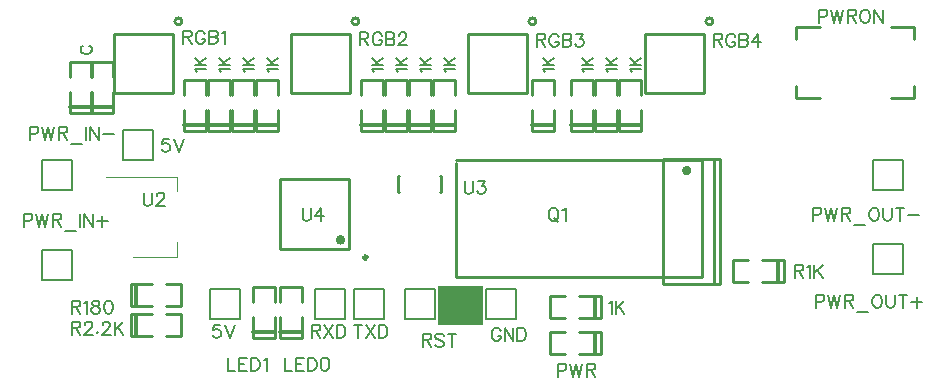
<source format=gto>
G04 ---------------------------- Layer name :TOP SILK LAYER*
G04 EasyEDA v5.5.11, Mon, 04 Jun 2018 22:37:14 GMT*
G04 a06480a3d07c492ca7fe7dcdfe2faa1f*
G04 Gerber Generator version 0.2*
G04 Scale: 100 percent, Rotated: No, Reflected: No *
G04 Dimensions in millimeters *
G04 leading zeros omitted , absolute positions ,3 integer and 3 decimal *
%FSLAX33Y33*%
%MOMM*%
G90*
G71D02*

%ADD10C,0.254000*%
%ADD11C,0.399999*%
%ADD14C,0.203200*%
%ADD34C,0.119990*%
%ADD35C,0.249999*%
%ADD36C,0.330200*%
%ADD37C,0.202999*%
%ADD38C,0.299999*%
%ADD39C,0.177800*%

%LPD*%
G54D10*
G01X37338Y19304D02*
G01X58166Y19304D01*
G01X58166Y9398D01*
G01X37338Y9398D01*
G01X37338Y19050D01*
G54D34*
G01X9984Y11066D02*
G01X13746Y11066D01*
G01X13746Y12329D01*
G01X7736Y17889D02*
G01X13746Y17889D01*
G01X13746Y16626D01*
G54D10*
G01X35991Y17932D02*
G01X36093Y17932D01*
G01X36093Y16611D01*
G01X35991Y16611D01*
G01X32588Y16611D02*
G01X32435Y16611D01*
G01X32435Y17932D01*
G01X32588Y17932D01*
G01X68171Y24521D02*
G01X66169Y24521D01*
G01X66169Y25521D01*
G01X74170Y30520D02*
G01X76169Y30520D01*
G01X76169Y29519D01*
G01X66169Y29519D02*
G01X66169Y30520D01*
G01X68171Y30520D01*
G01X76169Y25521D02*
G01X76169Y24521D01*
G01X74170Y24521D01*
G54D35*
G01X58379Y29931D02*
G01X58379Y24932D01*
G01X58379Y24932D02*
G01X53380Y24932D01*
G01X53380Y29931D02*
G01X53380Y24932D01*
G01X58379Y29933D02*
G01X53380Y29933D01*
G01X43394Y29931D02*
G01X43394Y24932D01*
G01X43394Y24932D02*
G01X38393Y24932D01*
G01X38393Y29931D02*
G01X38393Y24932D01*
G01X43394Y29933D02*
G01X38393Y29933D01*
G01X28407Y29931D02*
G01X28407Y24932D01*
G01X28407Y24932D02*
G01X23408Y24932D01*
G01X23408Y29931D02*
G01X23408Y24932D01*
G01X28407Y29933D02*
G01X23408Y29933D01*
G01X13422Y29931D02*
G01X13422Y24932D01*
G01X13422Y24932D02*
G01X8421Y24932D01*
G01X8421Y29931D02*
G01X8421Y24932D01*
G01X13422Y29933D02*
G01X8421Y29933D01*
G54D36*
G01X64637Y10779D02*
G01X64637Y9032D01*
G54D10*
G01X63312Y10833D02*
G01X65112Y10833D01*
G01X65112Y8978D01*
G01X62113Y10833D02*
G01X60838Y10833D01*
G01X60838Y8978D01*
G01X60838Y8978D02*
G01X62113Y8978D01*
G01X63312Y8978D02*
G01X65112Y8978D01*
G54D36*
G01X10292Y7000D02*
G01X10292Y8747D01*
G54D10*
G01X11617Y6946D02*
G01X9817Y6946D01*
G01X9817Y8801D01*
G01X12816Y6946D02*
G01X14091Y6946D01*
G01X14091Y8801D01*
G01X14091Y8801D02*
G01X12816Y8801D01*
G01X11617Y8801D02*
G01X9817Y8801D01*
G54D36*
G01X10292Y4460D02*
G01X10292Y6207D01*
G54D10*
G01X11617Y4406D02*
G01X9817Y4406D01*
G01X9817Y6261D01*
G01X12816Y4406D02*
G01X14091Y4406D01*
G01X14091Y6261D01*
G01X14091Y6261D02*
G01X12816Y6261D01*
G01X11617Y6261D02*
G01X9817Y6261D01*
G01X59695Y19397D02*
G01X59695Y8796D01*
G01X54897Y8796D01*
G01X54897Y19397D01*
G01X59695Y19397D01*
G01X59197Y8796D02*
G01X59197Y19397D01*
G01X22451Y11783D02*
G01X28348Y11783D01*
G01X28348Y17680D01*
G01X22451Y17680D01*
G01X22451Y11783D01*
G54D14*
G01X27940Y5842D02*
G01X25400Y5842D01*
G01X25400Y8382D01*
G01X27940Y8382D01*
G01X27940Y6477D01*
G54D37*
G01X27940Y5842D02*
G01X27940Y6477D01*
G54D14*
G01X31242Y5842D02*
G01X28702Y5842D01*
G01X28702Y8382D01*
G01X31242Y8382D01*
G01X31242Y6477D01*
G54D37*
G01X31242Y5842D02*
G01X31242Y6477D01*
G54D14*
G01X35560Y5842D02*
G01X33020Y5842D01*
G01X33020Y8382D01*
G01X35560Y8382D01*
G01X35560Y6477D01*
G54D37*
G01X35560Y5842D02*
G01X35560Y6477D01*
G54D14*
G01X42418Y5842D02*
G01X39878Y5842D01*
G01X39878Y8382D01*
G01X42418Y8382D01*
G01X42418Y6477D01*
G54D37*
G01X42418Y5842D02*
G01X42418Y6477D01*
G54D14*
G01X19050Y5842D02*
G01X16510Y5842D01*
G01X16510Y8382D01*
G01X19050Y8382D01*
G01X19050Y6477D01*
G54D37*
G01X19050Y5842D02*
G01X19050Y6477D01*
G54D14*
G01X4826Y9144D02*
G01X2286Y9144D01*
G01X2286Y11684D01*
G01X4826Y11684D01*
G01X4826Y9779D01*
G54D37*
G01X4826Y9144D02*
G01X4826Y9779D01*
G54D14*
G01X4826Y16764D02*
G01X2286Y16764D01*
G01X2286Y19304D01*
G01X4826Y19304D01*
G01X4826Y17399D01*
G54D37*
G01X4826Y16764D02*
G01X4826Y17399D01*
G54D14*
G01X75184Y16764D02*
G01X72644Y16764D01*
G01X72644Y19304D01*
G01X75184Y19304D01*
G01X75184Y17399D01*
G54D37*
G01X75184Y16764D02*
G01X75184Y17399D01*
G54D14*
G01X75184Y9652D02*
G01X72644Y9652D01*
G01X72644Y12192D01*
G01X75184Y12192D01*
G01X75184Y10287D01*
G54D37*
G01X75184Y9652D02*
G01X75184Y10287D01*
G54D36*
G01X16113Y22230D02*
G01X14366Y22230D01*
G54D10*
G01X16167Y23555D02*
G01X16167Y21755D01*
G01X14312Y21755D01*
G01X16167Y24754D02*
G01X16167Y26029D01*
G01X14312Y26029D01*
G01X14312Y26029D02*
G01X14312Y24754D01*
G01X14312Y23555D02*
G01X14312Y21755D01*
G54D36*
G01X18145Y22230D02*
G01X16398Y22230D01*
G54D10*
G01X18199Y23555D02*
G01X18199Y21755D01*
G01X16344Y21755D01*
G01X18199Y24754D02*
G01X18199Y26029D01*
G01X16344Y26029D01*
G01X16344Y26029D02*
G01X16344Y24754D01*
G01X16344Y23555D02*
G01X16344Y21755D01*
G54D36*
G01X20177Y22230D02*
G01X18430Y22230D01*
G54D10*
G01X20231Y23555D02*
G01X20231Y21755D01*
G01X18376Y21755D01*
G01X20231Y24754D02*
G01X20231Y26029D01*
G01X18376Y26029D01*
G01X18376Y26029D02*
G01X18376Y24754D01*
G01X18376Y23555D02*
G01X18376Y21755D01*
G54D36*
G01X22209Y22230D02*
G01X20462Y22230D01*
G54D10*
G01X22263Y23555D02*
G01X22263Y21755D01*
G01X20408Y21755D01*
G01X22263Y24754D02*
G01X22263Y26029D01*
G01X20408Y26029D01*
G01X20408Y26029D02*
G01X20408Y24754D01*
G01X20408Y23555D02*
G01X20408Y21755D01*
G54D36*
G01X49143Y4683D02*
G01X49143Y2936D01*
G54D10*
G01X47818Y4737D02*
G01X49618Y4737D01*
G01X49618Y2882D01*
G01X46619Y4737D02*
G01X45344Y4737D01*
G01X45344Y2882D01*
G01X45344Y2882D02*
G01X46619Y2882D01*
G01X47818Y2882D02*
G01X49618Y2882D01*
G54D36*
G01X49146Y7729D02*
G01X49146Y5981D01*
G54D10*
G01X47820Y7782D02*
G01X49621Y7782D01*
G01X49621Y5928D01*
G01X46621Y7782D02*
G01X45346Y7782D01*
G01X45346Y5928D01*
G01X45346Y5928D02*
G01X46621Y5928D01*
G01X47820Y5928D02*
G01X49621Y5928D01*
G54D36*
G01X31099Y22230D02*
G01X29352Y22230D01*
G54D10*
G01X31153Y23555D02*
G01X31153Y21755D01*
G01X29298Y21755D01*
G01X31153Y24754D02*
G01X31153Y26029D01*
G01X29298Y26029D01*
G01X29298Y26029D02*
G01X29298Y24754D01*
G01X29298Y23555D02*
G01X29298Y21755D01*
G54D36*
G01X33131Y22230D02*
G01X31384Y22230D01*
G54D10*
G01X33185Y23555D02*
G01X33185Y21755D01*
G01X31330Y21755D01*
G01X33185Y24754D02*
G01X33185Y26029D01*
G01X31330Y26029D01*
G01X31330Y26029D02*
G01X31330Y24754D01*
G01X31330Y23555D02*
G01X31330Y21755D01*
G54D36*
G01X35163Y22230D02*
G01X33416Y22230D01*
G54D10*
G01X35217Y23555D02*
G01X35217Y21755D01*
G01X33362Y21755D01*
G01X35217Y24754D02*
G01X35217Y26029D01*
G01X33362Y26029D01*
G01X33362Y26029D02*
G01X33362Y24754D01*
G01X33362Y23555D02*
G01X33362Y21755D01*
G54D36*
G01X37195Y22230D02*
G01X35448Y22230D01*
G54D10*
G01X37249Y23555D02*
G01X37249Y21755D01*
G01X35394Y21755D01*
G01X37249Y24754D02*
G01X37249Y26029D01*
G01X35394Y26029D01*
G01X35394Y26029D02*
G01X35394Y24754D01*
G01X35394Y23555D02*
G01X35394Y21755D01*
G54D36*
G01X45577Y22230D02*
G01X43830Y22230D01*
G54D10*
G01X45631Y23555D02*
G01X45631Y21755D01*
G01X43776Y21755D01*
G01X45631Y24754D02*
G01X45631Y26029D01*
G01X43776Y26029D01*
G01X43776Y26029D02*
G01X43776Y24754D01*
G01X43776Y23555D02*
G01X43776Y21755D01*
G54D36*
G01X48879Y22230D02*
G01X47132Y22230D01*
G54D10*
G01X48933Y23555D02*
G01X48933Y21755D01*
G01X47078Y21755D01*
G01X48933Y24754D02*
G01X48933Y26029D01*
G01X47078Y26029D01*
G01X47078Y26029D02*
G01X47078Y24754D01*
G01X47078Y23555D02*
G01X47078Y21755D01*
G54D36*
G01X50911Y22230D02*
G01X49164Y22230D01*
G54D10*
G01X50965Y23555D02*
G01X50965Y21755D01*
G01X49110Y21755D01*
G01X50965Y24754D02*
G01X50965Y26029D01*
G01X49110Y26029D01*
G01X49110Y26029D02*
G01X49110Y24754D01*
G01X49110Y23555D02*
G01X49110Y21755D01*
G54D36*
G01X52943Y22230D02*
G01X51196Y22230D01*
G54D10*
G01X52997Y23555D02*
G01X52997Y21755D01*
G01X51142Y21755D01*
G01X52997Y24754D02*
G01X52997Y26029D01*
G01X51142Y26029D01*
G01X51142Y26029D02*
G01X51142Y24754D01*
G01X51142Y23555D02*
G01X51142Y21755D01*
G54D36*
G01X6461Y23754D02*
G01X4714Y23754D01*
G54D10*
G01X6515Y25079D02*
G01X6515Y23279D01*
G01X4660Y23279D01*
G01X6515Y26278D02*
G01X6515Y27553D01*
G01X4660Y27553D01*
G01X4660Y27553D02*
G01X4660Y26278D01*
G01X4660Y25079D02*
G01X4660Y23279D01*
G54D36*
G01X8239Y23751D02*
G01X6492Y23751D01*
G54D10*
G01X8293Y25077D02*
G01X8293Y23276D01*
G01X6438Y23276D01*
G01X8293Y26276D02*
G01X8293Y27551D01*
G01X6438Y27551D01*
G01X6438Y27551D02*
G01X6438Y26276D01*
G01X6438Y25077D02*
G01X6438Y23276D01*
G54D36*
G01X24244Y4701D02*
G01X22496Y4701D01*
G54D10*
G01X24297Y6027D02*
G01X24297Y4226D01*
G01X22443Y4226D01*
G01X24297Y7226D02*
G01X24297Y8501D01*
G01X22443Y8501D01*
G01X22443Y8501D02*
G01X22443Y7226D01*
G01X22443Y6027D02*
G01X22443Y4226D01*
G54D36*
G01X21955Y4701D02*
G01X20208Y4701D01*
G54D10*
G01X22009Y6027D02*
G01X22009Y4226D01*
G01X20154Y4226D01*
G01X22009Y7226D02*
G01X22009Y8501D01*
G01X20154Y8501D01*
G01X20154Y8501D02*
G01X20154Y7226D01*
G01X20154Y6027D02*
G01X20154Y4226D01*
G54D14*
G01X11684Y19304D02*
G01X9144Y19304D01*
G01X9144Y21844D01*
G01X11684Y21844D01*
G01X11684Y19939D01*
G54D37*
G01X11684Y19304D02*
G01X11684Y19939D01*
G54D39*
G01X10922Y16510D02*
G01X10922Y15732D01*
G01X10972Y15575D01*
G01X11076Y15471D01*
G01X11234Y15420D01*
G01X11338Y15420D01*
G01X11493Y15471D01*
G01X11597Y15575D01*
G01X11648Y15732D01*
G01X11648Y16510D01*
G01X12044Y16250D02*
G01X12044Y16304D01*
G01X12095Y16408D01*
G01X12148Y16459D01*
G01X12252Y16510D01*
G01X12458Y16510D01*
G01X12562Y16459D01*
G01X12616Y16408D01*
G01X12666Y16304D01*
G01X12666Y16200D01*
G01X12616Y16095D01*
G01X12512Y15938D01*
G01X11991Y15420D01*
G01X12720Y15420D01*
G01X38100Y17526D02*
G01X38100Y16748D01*
G01X38150Y16591D01*
G01X38254Y16487D01*
G01X38412Y16436D01*
G01X38516Y16436D01*
G01X38671Y16487D01*
G01X38775Y16591D01*
G01X38826Y16748D01*
G01X38826Y17526D01*
G01X39273Y17526D02*
G01X39844Y17526D01*
G01X39535Y17111D01*
G01X39690Y17111D01*
G01X39794Y17058D01*
G01X39844Y17007D01*
G01X39898Y16852D01*
G01X39898Y16748D01*
G01X39844Y16591D01*
G01X39740Y16487D01*
G01X39585Y16436D01*
G01X39430Y16436D01*
G01X39273Y16487D01*
G01X39222Y16540D01*
G01X39169Y16644D01*
G01X68072Y32003D02*
G01X68072Y30914D01*
G01X68072Y32003D02*
G01X68539Y32003D01*
G01X68694Y31953D01*
G01X68747Y31902D01*
G01X68798Y31798D01*
G01X68798Y31640D01*
G01X68747Y31536D01*
G01X68694Y31485D01*
G01X68539Y31432D01*
G01X68072Y31432D01*
G01X69141Y32003D02*
G01X69402Y30914D01*
G01X69662Y32003D02*
G01X69402Y30914D01*
G01X69662Y32003D02*
G01X69921Y30914D01*
G01X70180Y32003D02*
G01X69921Y30914D01*
G01X70523Y32003D02*
G01X70523Y30914D01*
G01X70523Y32003D02*
G01X70993Y32003D01*
G01X71147Y31953D01*
G01X71198Y31902D01*
G01X71252Y31798D01*
G01X71252Y31694D01*
G01X71198Y31589D01*
G01X71147Y31536D01*
G01X70993Y31485D01*
G01X70523Y31485D01*
G01X70888Y31485D02*
G01X71252Y30914D01*
G01X71907Y32003D02*
G01X71803Y31953D01*
G01X71699Y31849D01*
G01X71645Y31744D01*
G01X71594Y31589D01*
G01X71594Y31330D01*
G01X71645Y31173D01*
G01X71699Y31069D01*
G01X71803Y30965D01*
G01X71907Y30914D01*
G01X72113Y30914D01*
G01X72217Y30965D01*
G01X72321Y31069D01*
G01X72374Y31173D01*
G01X72425Y31330D01*
G01X72425Y31589D01*
G01X72374Y31744D01*
G01X72321Y31849D01*
G01X72217Y31953D01*
G01X72113Y32003D01*
G01X71907Y32003D01*
G01X72768Y32003D02*
G01X72768Y30914D01*
G01X72768Y32003D02*
G01X73494Y30914D01*
G01X73494Y32003D02*
G01X73494Y30914D01*
G01X59182Y29972D02*
G01X59182Y28882D01*
G01X59182Y29972D02*
G01X59649Y29972D01*
G01X59804Y29921D01*
G01X59857Y29870D01*
G01X59908Y29766D01*
G01X59908Y29662D01*
G01X59857Y29558D01*
G01X59804Y29504D01*
G01X59649Y29453D01*
G01X59182Y29453D01*
G01X59545Y29453D02*
G01X59908Y28882D01*
G01X61031Y29712D02*
G01X60980Y29817D01*
G01X60876Y29921D01*
G01X60772Y29972D01*
G01X60563Y29972D01*
G01X60459Y29921D01*
G01X60355Y29817D01*
G01X60304Y29712D01*
G01X60251Y29558D01*
G01X60251Y29298D01*
G01X60304Y29141D01*
G01X60355Y29037D01*
G01X60459Y28933D01*
G01X60563Y28882D01*
G01X60772Y28882D01*
G01X60876Y28933D01*
G01X60980Y29037D01*
G01X61031Y29141D01*
G01X61031Y29298D01*
G01X60772Y29298D02*
G01X61031Y29298D01*
G01X61374Y29972D02*
G01X61374Y28882D01*
G01X61374Y29972D02*
G01X61841Y29972D01*
G01X61998Y29921D01*
G01X62049Y29870D01*
G01X62103Y29766D01*
G01X62103Y29662D01*
G01X62049Y29558D01*
G01X61998Y29504D01*
G01X61841Y29453D01*
G01X61374Y29453D02*
G01X61841Y29453D01*
G01X61998Y29400D01*
G01X62049Y29349D01*
G01X62103Y29245D01*
G01X62103Y29090D01*
G01X62049Y28986D01*
G01X61998Y28933D01*
G01X61841Y28882D01*
G01X61374Y28882D01*
G01X62964Y29972D02*
G01X62445Y29245D01*
G01X63223Y29245D01*
G01X62964Y29972D02*
G01X62964Y28882D01*
G01X44209Y29971D02*
G01X44209Y28882D01*
G01X44209Y29971D02*
G01X44677Y29971D01*
G01X44832Y29921D01*
G01X44883Y29870D01*
G01X44936Y29766D01*
G01X44936Y29662D01*
G01X44883Y29557D01*
G01X44832Y29504D01*
G01X44677Y29453D01*
G01X44209Y29453D01*
G01X44573Y29453D02*
G01X44936Y28882D01*
G01X46059Y29712D02*
G01X46005Y29817D01*
G01X45901Y29921D01*
G01X45797Y29971D01*
G01X45591Y29971D01*
G01X45487Y29921D01*
G01X45383Y29817D01*
G01X45330Y29712D01*
G01X45279Y29557D01*
G01X45279Y29298D01*
G01X45330Y29141D01*
G01X45383Y29037D01*
G01X45487Y28933D01*
G01X45591Y28882D01*
G01X45797Y28882D01*
G01X45901Y28933D01*
G01X46005Y29037D01*
G01X46059Y29141D01*
G01X46059Y29298D01*
G01X45797Y29298D02*
G01X46059Y29298D01*
G01X46401Y29971D02*
G01X46401Y28882D01*
G01X46401Y29971D02*
G01X46869Y29971D01*
G01X47024Y29921D01*
G01X47077Y29870D01*
G01X47128Y29766D01*
G01X47128Y29662D01*
G01X47077Y29557D01*
G01X47024Y29504D01*
G01X46869Y29453D01*
G01X46401Y29453D02*
G01X46869Y29453D01*
G01X47024Y29400D01*
G01X47077Y29349D01*
G01X47128Y29245D01*
G01X47128Y29090D01*
G01X47077Y28986D01*
G01X47024Y28933D01*
G01X46869Y28882D01*
G01X46401Y28882D01*
G01X47575Y29971D02*
G01X48146Y29971D01*
G01X47834Y29557D01*
G01X47991Y29557D01*
G01X48096Y29504D01*
G01X48146Y29453D01*
G01X48197Y29298D01*
G01X48197Y29194D01*
G01X48146Y29037D01*
G01X48042Y28933D01*
G01X47887Y28882D01*
G01X47730Y28882D01*
G01X47575Y28933D01*
G01X47524Y28986D01*
G01X47471Y29090D01*
G01X29237Y30086D02*
G01X29237Y28996D01*
G01X29237Y30086D02*
G01X29705Y30086D01*
G01X29860Y30035D01*
G01X29913Y29984D01*
G01X29964Y29880D01*
G01X29964Y29776D01*
G01X29913Y29672D01*
G01X29860Y29618D01*
G01X29705Y29568D01*
G01X29237Y29568D01*
G01X29601Y29568D02*
G01X29964Y28996D01*
G01X31087Y29827D02*
G01X31036Y29931D01*
G01X30932Y30035D01*
G01X30827Y30086D01*
G01X30619Y30086D01*
G01X30515Y30035D01*
G01X30411Y29931D01*
G01X30360Y29827D01*
G01X30307Y29672D01*
G01X30307Y29413D01*
G01X30360Y29255D01*
G01X30411Y29151D01*
G01X30515Y29047D01*
G01X30619Y28996D01*
G01X30827Y28996D01*
G01X30932Y29047D01*
G01X31036Y29151D01*
G01X31087Y29255D01*
G01X31087Y29413D01*
G01X30827Y29413D02*
G01X31087Y29413D01*
G01X31429Y30086D02*
G01X31429Y28996D01*
G01X31429Y30086D02*
G01X31897Y30086D01*
G01X32054Y30035D01*
G01X32105Y29984D01*
G01X32158Y29880D01*
G01X32158Y29776D01*
G01X32105Y29672D01*
G01X32054Y29618D01*
G01X31897Y29568D01*
G01X31429Y29568D02*
G01X31897Y29568D01*
G01X32054Y29514D01*
G01X32105Y29464D01*
G01X32158Y29359D01*
G01X32158Y29204D01*
G01X32105Y29100D01*
G01X32054Y29047D01*
G01X31897Y28996D01*
G01X31429Y28996D01*
G01X32552Y29827D02*
G01X32552Y29880D01*
G01X32603Y29984D01*
G01X32656Y30035D01*
G01X32760Y30086D01*
G01X32969Y30086D01*
G01X33073Y30035D01*
G01X33124Y29984D01*
G01X33174Y29880D01*
G01X33174Y29776D01*
G01X33124Y29672D01*
G01X33019Y29514D01*
G01X32501Y28996D01*
G01X33228Y28996D01*
G01X14265Y30226D02*
G01X14265Y29136D01*
G01X14265Y30226D02*
G01X14733Y30226D01*
G01X14888Y30175D01*
G01X14938Y30124D01*
G01X14992Y30020D01*
G01X14992Y29916D01*
G01X14938Y29811D01*
G01X14888Y29758D01*
G01X14733Y29707D01*
G01X14265Y29707D01*
G01X14629Y29707D02*
G01X14992Y29136D01*
G01X16115Y29966D02*
G01X16061Y30071D01*
G01X15957Y30175D01*
G01X15853Y30226D01*
G01X15647Y30226D01*
G01X15543Y30175D01*
G01X15439Y30071D01*
G01X15386Y29966D01*
G01X15335Y29811D01*
G01X15335Y29552D01*
G01X15386Y29395D01*
G01X15439Y29291D01*
G01X15543Y29187D01*
G01X15647Y29136D01*
G01X15853Y29136D01*
G01X15957Y29187D01*
G01X16061Y29291D01*
G01X16115Y29395D01*
G01X16115Y29552D01*
G01X15853Y29552D02*
G01X16115Y29552D01*
G01X16457Y30226D02*
G01X16457Y29136D01*
G01X16457Y30226D02*
G01X16925Y30226D01*
G01X17080Y30175D01*
G01X17133Y30124D01*
G01X17184Y30020D01*
G01X17184Y29916D01*
G01X17133Y29811D01*
G01X17080Y29758D01*
G01X16925Y29707D01*
G01X16457Y29707D02*
G01X16925Y29707D01*
G01X17080Y29654D01*
G01X17133Y29603D01*
G01X17184Y29499D01*
G01X17184Y29344D01*
G01X17133Y29240D01*
G01X17080Y29187D01*
G01X16925Y29136D01*
G01X16457Y29136D01*
G01X17527Y30020D02*
G01X17631Y30071D01*
G01X17786Y30226D01*
G01X17786Y29136D01*
G01X66039Y10414D02*
G01X66039Y9324D01*
G01X66039Y10414D02*
G01X66507Y10414D01*
G01X66662Y10363D01*
G01X66715Y10312D01*
G01X66766Y10208D01*
G01X66766Y10104D01*
G01X66715Y10000D01*
G01X66662Y9946D01*
G01X66507Y9895D01*
G01X66039Y9895D01*
G01X66403Y9895D02*
G01X66766Y9324D01*
G01X67109Y10208D02*
G01X67213Y10259D01*
G01X67370Y10414D01*
G01X67370Y9324D01*
G01X67713Y10414D02*
G01X67713Y9324D01*
G01X68440Y10414D02*
G01X67713Y9687D01*
G01X67972Y9946D02*
G01X68440Y9324D01*
G01X4826Y7366D02*
G01X4826Y6276D01*
G01X4826Y7366D02*
G01X5293Y7366D01*
G01X5448Y7315D01*
G01X5501Y7264D01*
G01X5552Y7160D01*
G01X5552Y7056D01*
G01X5501Y6951D01*
G01X5448Y6898D01*
G01X5293Y6847D01*
G01X4826Y6847D01*
G01X5189Y6847D02*
G01X5552Y6276D01*
G01X5895Y7160D02*
G01X5999Y7211D01*
G01X6156Y7366D01*
G01X6156Y6276D01*
G01X6758Y7366D02*
G01X6604Y7315D01*
G01X6550Y7211D01*
G01X6550Y7106D01*
G01X6604Y7002D01*
G01X6705Y6951D01*
G01X6913Y6898D01*
G01X7071Y6847D01*
G01X7175Y6743D01*
G01X7226Y6639D01*
G01X7226Y6484D01*
G01X7175Y6380D01*
G01X7122Y6327D01*
G01X6967Y6276D01*
G01X6758Y6276D01*
G01X6604Y6327D01*
G01X6550Y6380D01*
G01X6499Y6484D01*
G01X6499Y6639D01*
G01X6550Y6743D01*
G01X6654Y6847D01*
G01X6809Y6898D01*
G01X7018Y6951D01*
G01X7122Y7002D01*
G01X7175Y7106D01*
G01X7175Y7211D01*
G01X7122Y7315D01*
G01X6967Y7366D01*
G01X6758Y7366D01*
G01X7881Y7366D02*
G01X7724Y7315D01*
G01X7620Y7160D01*
G01X7569Y6898D01*
G01X7569Y6743D01*
G01X7620Y6484D01*
G01X7724Y6327D01*
G01X7881Y6276D01*
G01X7985Y6276D01*
G01X8140Y6327D01*
G01X8244Y6484D01*
G01X8295Y6743D01*
G01X8295Y6898D01*
G01X8244Y7160D01*
G01X8140Y7315D01*
G01X7985Y7366D01*
G01X7881Y7366D01*
G01X4826Y5588D02*
G01X4826Y4498D01*
G01X4826Y5588D02*
G01X5293Y5588D01*
G01X5448Y5537D01*
G01X5501Y5486D01*
G01X5552Y5382D01*
G01X5552Y5278D01*
G01X5501Y5173D01*
G01X5448Y5120D01*
G01X5293Y5069D01*
G01X4826Y5069D01*
G01X5189Y5069D02*
G01X5552Y4498D01*
G01X5948Y5328D02*
G01X5948Y5382D01*
G01X5999Y5486D01*
G01X6052Y5537D01*
G01X6156Y5588D01*
G01X6362Y5588D01*
G01X6466Y5537D01*
G01X6520Y5486D01*
G01X6570Y5382D01*
G01X6570Y5278D01*
G01X6520Y5173D01*
G01X6416Y5016D01*
G01X5895Y4498D01*
G01X6624Y4498D01*
G01X7018Y4757D02*
G01X6967Y4706D01*
G01X7018Y4653D01*
G01X7071Y4706D01*
G01X7018Y4757D01*
G01X7465Y5328D02*
G01X7465Y5382D01*
G01X7518Y5486D01*
G01X7569Y5537D01*
G01X7673Y5588D01*
G01X7881Y5588D01*
G01X7985Y5537D01*
G01X8036Y5486D01*
G01X8089Y5382D01*
G01X8089Y5278D01*
G01X8036Y5173D01*
G01X7932Y5016D01*
G01X7414Y4498D01*
G01X8140Y4498D01*
G01X8483Y5588D02*
G01X8483Y4498D01*
G01X9210Y5588D02*
G01X8483Y4861D01*
G01X8742Y5120D02*
G01X9210Y4498D01*
G01X45524Y15240D02*
G01X45420Y15189D01*
G01X45316Y15085D01*
G01X45262Y14980D01*
G01X45212Y14825D01*
G01X45212Y14566D01*
G01X45262Y14409D01*
G01X45316Y14305D01*
G01X45420Y14201D01*
G01X45524Y14150D01*
G01X45732Y14150D01*
G01X45834Y14201D01*
G01X45938Y14305D01*
G01X45991Y14409D01*
G01X46042Y14566D01*
G01X46042Y14825D01*
G01X45991Y14980D01*
G01X45938Y15085D01*
G01X45834Y15189D01*
G01X45732Y15240D01*
G01X45524Y15240D01*
G01X45679Y14358D02*
G01X45991Y14046D01*
G01X46385Y15034D02*
G01X46489Y15085D01*
G01X46647Y15240D01*
G01X46647Y14150D01*
G01X24384Y15240D02*
G01X24384Y14462D01*
G01X24434Y14305D01*
G01X24538Y14201D01*
G01X24696Y14150D01*
G01X24800Y14150D01*
G01X24955Y14201D01*
G01X25059Y14305D01*
G01X25110Y14462D01*
G01X25110Y15240D01*
G01X25974Y15240D02*
G01X25453Y14513D01*
G01X26233Y14513D01*
G01X25974Y15240D02*
G01X25974Y14150D01*
G01X25146Y5334D02*
G01X25146Y4244D01*
G01X25146Y5334D02*
G01X25613Y5334D01*
G01X25768Y5283D01*
G01X25821Y5232D01*
G01X25872Y5128D01*
G01X25872Y5024D01*
G01X25821Y4919D01*
G01X25768Y4866D01*
G01X25613Y4815D01*
G01X25146Y4815D01*
G01X25509Y4815D02*
G01X25872Y4244D01*
G01X26215Y5334D02*
G01X26944Y4244D01*
G01X26944Y5334D02*
G01X26215Y4244D01*
G01X27287Y5334D02*
G01X27287Y4244D01*
G01X27287Y5334D02*
G01X27650Y5334D01*
G01X27805Y5283D01*
G01X27909Y5179D01*
G01X27962Y5074D01*
G01X28013Y4919D01*
G01X28013Y4660D01*
G01X27962Y4503D01*
G01X27909Y4399D01*
G01X27805Y4295D01*
G01X27650Y4244D01*
G01X27287Y4244D01*
G01X29065Y5334D02*
G01X29065Y4244D01*
G01X28702Y5334D02*
G01X29428Y5334D01*
G01X29771Y5334D02*
G01X30500Y4244D01*
G01X30500Y5334D02*
G01X29771Y4244D01*
G01X30843Y5334D02*
G01X30843Y4244D01*
G01X30843Y5334D02*
G01X31206Y5334D01*
G01X31361Y5283D01*
G01X31465Y5179D01*
G01X31518Y5074D01*
G01X31569Y4919D01*
G01X31569Y4660D01*
G01X31518Y4503D01*
G01X31465Y4399D01*
G01X31361Y4295D01*
G01X31206Y4244D01*
G01X30843Y4244D01*
G01X34544Y4572D02*
G01X34544Y3482D01*
G01X34544Y4572D02*
G01X35011Y4572D01*
G01X35166Y4521D01*
G01X35219Y4470D01*
G01X35270Y4366D01*
G01X35270Y4262D01*
G01X35219Y4157D01*
G01X35166Y4104D01*
G01X35011Y4053D01*
G01X34544Y4053D01*
G01X34907Y4053D02*
G01X35270Y3482D01*
G01X36342Y4417D02*
G01X36238Y4521D01*
G01X36080Y4572D01*
G01X35874Y4572D01*
G01X35717Y4521D01*
G01X35613Y4417D01*
G01X35613Y4312D01*
G01X35666Y4208D01*
G01X35717Y4157D01*
G01X35821Y4104D01*
G01X36134Y4000D01*
G01X36238Y3949D01*
G01X36288Y3898D01*
G01X36342Y3794D01*
G01X36342Y3637D01*
G01X36238Y3533D01*
G01X36080Y3482D01*
G01X35874Y3482D01*
G01X35717Y3533D01*
G01X35613Y3637D01*
G01X37048Y4572D02*
G01X37048Y3482D01*
G01X36685Y4572D02*
G01X37411Y4572D01*
G01X41165Y4820D02*
G01X41112Y4925D01*
G01X41008Y5029D01*
G01X40906Y5080D01*
G01X40698Y5080D01*
G01X40594Y5029D01*
G01X40490Y4925D01*
G01X40436Y4820D01*
G01X40386Y4665D01*
G01X40386Y4406D01*
G01X40436Y4249D01*
G01X40490Y4145D01*
G01X40594Y4041D01*
G01X40698Y3990D01*
G01X40906Y3990D01*
G01X41008Y4041D01*
G01X41112Y4145D01*
G01X41165Y4249D01*
G01X41165Y4406D01*
G01X40906Y4406D02*
G01X41165Y4406D01*
G01X41508Y5080D02*
G01X41508Y3990D01*
G01X41508Y5080D02*
G01X42235Y3990D01*
G01X42235Y5080D02*
G01X42235Y3990D01*
G01X42578Y5080D02*
G01X42578Y3990D01*
G01X42578Y5080D02*
G01X42941Y5080D01*
G01X43098Y5029D01*
G01X43202Y4925D01*
G01X43253Y4820D01*
G01X43307Y4665D01*
G01X43307Y4406D01*
G01X43253Y4249D01*
G01X43202Y4145D01*
G01X43098Y4041D01*
G01X42941Y3990D01*
G01X42578Y3990D01*
G01X17386Y5334D02*
G01X16868Y5334D01*
G01X16814Y4866D01*
G01X16868Y4919D01*
G01X17023Y4970D01*
G01X17180Y4970D01*
G01X17335Y4919D01*
G01X17439Y4815D01*
G01X17490Y4660D01*
G01X17490Y4556D01*
G01X17439Y4399D01*
G01X17335Y4295D01*
G01X17180Y4244D01*
G01X17023Y4244D01*
G01X16868Y4295D01*
G01X16814Y4348D01*
G01X16764Y4452D01*
G01X17833Y5334D02*
G01X18249Y4244D01*
G01X18666Y5334D02*
G01X18249Y4244D01*
G01X762Y14732D02*
G01X762Y13642D01*
G01X762Y14732D02*
G01X1229Y14732D01*
G01X1384Y14681D01*
G01X1437Y14630D01*
G01X1488Y14526D01*
G01X1488Y14368D01*
G01X1437Y14264D01*
G01X1384Y14213D01*
G01X1229Y14160D01*
G01X762Y14160D01*
G01X1831Y14732D02*
G01X2092Y13642D01*
G01X2352Y14732D02*
G01X2092Y13642D01*
G01X2352Y14732D02*
G01X2611Y13642D01*
G01X2870Y14732D02*
G01X2611Y13642D01*
G01X3213Y14732D02*
G01X3213Y13642D01*
G01X3213Y14732D02*
G01X3683Y14732D01*
G01X3837Y14681D01*
G01X3888Y14630D01*
G01X3942Y14526D01*
G01X3942Y14422D01*
G01X3888Y14317D01*
G01X3837Y14264D01*
G01X3683Y14213D01*
G01X3213Y14213D01*
G01X3578Y14213D02*
G01X3942Y13642D01*
G01X4284Y13279D02*
G01X5219Y13279D01*
G01X5562Y14732D02*
G01X5562Y13642D01*
G01X5905Y14732D02*
G01X5905Y13642D01*
G01X5905Y14732D02*
G01X6631Y13642D01*
G01X6631Y14732D02*
G01X6631Y13642D01*
G01X7442Y14577D02*
G01X7442Y13642D01*
G01X6974Y14109D02*
G01X7912Y14109D01*
G01X1270Y22098D02*
G01X1270Y21008D01*
G01X1270Y22098D02*
G01X1737Y22098D01*
G01X1892Y22047D01*
G01X1945Y21996D01*
G01X1996Y21892D01*
G01X1996Y21734D01*
G01X1945Y21630D01*
G01X1892Y21579D01*
G01X1737Y21526D01*
G01X1270Y21526D01*
G01X2339Y22098D02*
G01X2600Y21008D01*
G01X2860Y22098D02*
G01X2600Y21008D01*
G01X2860Y22098D02*
G01X3119Y21008D01*
G01X3378Y22098D02*
G01X3119Y21008D01*
G01X3721Y22098D02*
G01X3721Y21008D01*
G01X3721Y22098D02*
G01X4191Y22098D01*
G01X4345Y22047D01*
G01X4396Y21996D01*
G01X4450Y21892D01*
G01X4450Y21788D01*
G01X4396Y21683D01*
G01X4345Y21630D01*
G01X4191Y21579D01*
G01X3721Y21579D01*
G01X4086Y21579D02*
G01X4450Y21008D01*
G01X4792Y20645D02*
G01X5727Y20645D01*
G01X6070Y22098D02*
G01X6070Y21008D01*
G01X6413Y22098D02*
G01X6413Y21008D01*
G01X6413Y22098D02*
G01X7139Y21008D01*
G01X7139Y22098D02*
G01X7139Y21008D01*
G01X7482Y21475D02*
G01X8420Y21475D01*
G01X67564Y15240D02*
G01X67564Y14150D01*
G01X67564Y15240D02*
G01X68031Y15240D01*
G01X68186Y15189D01*
G01X68239Y15138D01*
G01X68290Y15034D01*
G01X68290Y14876D01*
G01X68239Y14772D01*
G01X68186Y14721D01*
G01X68031Y14668D01*
G01X67564Y14668D01*
G01X68633Y15240D02*
G01X68894Y14150D01*
G01X69154Y15240D02*
G01X68894Y14150D01*
G01X69154Y15240D02*
G01X69413Y14150D01*
G01X69672Y15240D02*
G01X69413Y14150D01*
G01X70015Y15240D02*
G01X70015Y14150D01*
G01X70015Y15240D02*
G01X70485Y15240D01*
G01X70639Y15189D01*
G01X70690Y15138D01*
G01X70744Y15034D01*
G01X70744Y14930D01*
G01X70690Y14825D01*
G01X70639Y14772D01*
G01X70485Y14721D01*
G01X70015Y14721D01*
G01X70380Y14721D02*
G01X70744Y14150D01*
G01X71086Y13787D02*
G01X72021Y13787D01*
G01X72677Y15240D02*
G01X72572Y15189D01*
G01X72468Y15085D01*
G01X72415Y14980D01*
G01X72364Y14825D01*
G01X72364Y14566D01*
G01X72415Y14409D01*
G01X72468Y14305D01*
G01X72572Y14201D01*
G01X72677Y14150D01*
G01X72885Y14150D01*
G01X72986Y14201D01*
G01X73091Y14305D01*
G01X73144Y14409D01*
G01X73195Y14566D01*
G01X73195Y14825D01*
G01X73144Y14980D01*
G01X73091Y15085D01*
G01X72986Y15189D01*
G01X72885Y15240D01*
G01X72677Y15240D01*
G01X73538Y15240D02*
G01X73538Y14462D01*
G01X73591Y14305D01*
G01X73695Y14201D01*
G01X73850Y14150D01*
G01X73954Y14150D01*
G01X74109Y14201D01*
G01X74213Y14305D01*
G01X74267Y14462D01*
G01X74267Y15240D01*
G01X74973Y15240D02*
G01X74973Y14150D01*
G01X74609Y15240D02*
G01X75336Y15240D01*
G01X75679Y14617D02*
G01X76614Y14617D01*
G01X67818Y7874D02*
G01X67818Y6784D01*
G01X67818Y7874D02*
G01X68285Y7874D01*
G01X68440Y7823D01*
G01X68493Y7772D01*
G01X68544Y7668D01*
G01X68544Y7510D01*
G01X68493Y7406D01*
G01X68440Y7355D01*
G01X68285Y7302D01*
G01X67818Y7302D01*
G01X68887Y7874D02*
G01X69148Y6784D01*
G01X69408Y7874D02*
G01X69148Y6784D01*
G01X69408Y7874D02*
G01X69667Y6784D01*
G01X69926Y7874D02*
G01X69667Y6784D01*
G01X70269Y7874D02*
G01X70269Y6784D01*
G01X70269Y7874D02*
G01X70739Y7874D01*
G01X70893Y7823D01*
G01X70944Y7772D01*
G01X70998Y7668D01*
G01X70998Y7564D01*
G01X70944Y7459D01*
G01X70893Y7406D01*
G01X70739Y7355D01*
G01X70269Y7355D01*
G01X70634Y7355D02*
G01X70998Y6784D01*
G01X71340Y6421D02*
G01X72275Y6421D01*
G01X72931Y7874D02*
G01X72826Y7823D01*
G01X72722Y7719D01*
G01X72669Y7614D01*
G01X72618Y7459D01*
G01X72618Y7200D01*
G01X72669Y7043D01*
G01X72722Y6939D01*
G01X72826Y6835D01*
G01X72931Y6784D01*
G01X73139Y6784D01*
G01X73240Y6835D01*
G01X73345Y6939D01*
G01X73398Y7043D01*
G01X73449Y7200D01*
G01X73449Y7459D01*
G01X73398Y7614D01*
G01X73345Y7719D01*
G01X73240Y7823D01*
G01X73139Y7874D01*
G01X72931Y7874D01*
G01X73792Y7874D02*
G01X73792Y7096D01*
G01X73845Y6939D01*
G01X73949Y6835D01*
G01X74104Y6784D01*
G01X74208Y6784D01*
G01X74363Y6835D01*
G01X74467Y6939D01*
G01X74521Y7096D01*
G01X74521Y7874D01*
G01X75227Y7874D02*
G01X75227Y6784D01*
G01X74863Y7874D02*
G01X75590Y7874D01*
G01X76400Y7719D02*
G01X76400Y6784D01*
G01X75933Y7251D02*
G01X76868Y7251D01*
G01X15422Y26776D02*
G01X15377Y26868D01*
G01X15240Y27002D01*
G01X16195Y27002D01*
G01X15240Y27304D02*
G01X16195Y27304D01*
G01X15240Y27939D02*
G01X15877Y27304D01*
G01X15648Y27531D02*
G01X16195Y27939D01*
G01X17454Y26776D02*
G01X17409Y26868D01*
G01X17271Y27002D01*
G01X18227Y27002D01*
G01X17271Y27304D02*
G01X18227Y27304D01*
G01X17271Y27939D02*
G01X17909Y27304D01*
G01X17680Y27531D02*
G01X18227Y27939D01*
G01X19486Y26776D02*
G01X19441Y26868D01*
G01X19303Y27002D01*
G01X20259Y27002D01*
G01X19303Y27304D02*
G01X20259Y27304D01*
G01X19303Y27939D02*
G01X19941Y27304D01*
G01X19712Y27531D02*
G01X20259Y27939D01*
G01X21518Y26776D02*
G01X21473Y26868D01*
G01X21335Y27002D01*
G01X22291Y27002D01*
G01X21335Y27304D02*
G01X22291Y27304D01*
G01X21335Y27939D02*
G01X21973Y27304D01*
G01X21744Y27531D02*
G01X22291Y27939D01*
G01X45974Y2032D02*
G01X45974Y942D01*
G01X45974Y2032D02*
G01X46441Y2032D01*
G01X46596Y1981D01*
G01X46649Y1930D01*
G01X46700Y1826D01*
G01X46700Y1668D01*
G01X46649Y1564D01*
G01X46596Y1513D01*
G01X46441Y1460D01*
G01X45974Y1460D01*
G01X47043Y2032D02*
G01X47304Y942D01*
G01X47564Y2032D02*
G01X47304Y942D01*
G01X47564Y2032D02*
G01X47823Y942D01*
G01X48082Y2032D02*
G01X47823Y942D01*
G01X48425Y2032D02*
G01X48425Y942D01*
G01X48425Y2032D02*
G01X48895Y2032D01*
G01X49049Y1981D01*
G01X49100Y1930D01*
G01X49154Y1826D01*
G01X49154Y1722D01*
G01X49100Y1617D01*
G01X49049Y1564D01*
G01X48895Y1513D01*
G01X48425Y1513D01*
G01X48790Y1513D02*
G01X49154Y942D01*
G01X50294Y7157D02*
G01X50398Y7208D01*
G01X50553Y7363D01*
G01X50553Y6273D01*
G01X50896Y7363D02*
G01X50896Y6273D01*
G01X51625Y7363D02*
G01X50896Y6637D01*
G01X51158Y6896D02*
G01X51625Y6273D01*
G01X30408Y26776D02*
G01X30363Y26868D01*
G01X30225Y27002D01*
G01X31181Y27002D01*
G01X30225Y27304D02*
G01X31181Y27304D01*
G01X30225Y27939D02*
G01X30863Y27304D01*
G01X30634Y27531D02*
G01X31181Y27939D01*
G01X32440Y26776D02*
G01X32395Y26868D01*
G01X32257Y27002D01*
G01X33213Y27002D01*
G01X32257Y27304D02*
G01X33213Y27304D01*
G01X32257Y27939D02*
G01X32895Y27304D01*
G01X32666Y27531D02*
G01X33213Y27939D01*
G01X34472Y26776D02*
G01X34427Y26868D01*
G01X34289Y27002D01*
G01X35245Y27002D01*
G01X34289Y27304D02*
G01X35245Y27304D01*
G01X34289Y27939D02*
G01X34927Y27304D01*
G01X34698Y27531D02*
G01X35245Y27939D01*
G01X36504Y26776D02*
G01X36459Y26868D01*
G01X36321Y27002D01*
G01X37277Y27002D01*
G01X36321Y27304D02*
G01X37277Y27304D01*
G01X36321Y27939D02*
G01X36959Y27304D01*
G01X36730Y27531D02*
G01X37277Y27939D01*
G01X44886Y26776D02*
G01X44841Y26868D01*
G01X44703Y27002D01*
G01X45659Y27002D01*
G01X44703Y27304D02*
G01X45659Y27304D01*
G01X44703Y27939D02*
G01X45341Y27304D01*
G01X45112Y27531D02*
G01X45659Y27939D01*
G01X48188Y26776D02*
G01X48143Y26868D01*
G01X48005Y27002D01*
G01X48961Y27002D01*
G01X48005Y27304D02*
G01X48961Y27304D01*
G01X48005Y27939D02*
G01X48643Y27304D01*
G01X48414Y27531D02*
G01X48961Y27939D01*
G01X50220Y26776D02*
G01X50175Y26868D01*
G01X50037Y27002D01*
G01X50993Y27002D01*
G01X50037Y27304D02*
G01X50993Y27304D01*
G01X50037Y27939D02*
G01X50675Y27304D01*
G01X50446Y27531D02*
G01X50993Y27939D01*
G01X52252Y26776D02*
G01X52207Y26868D01*
G01X52069Y27002D01*
G01X53025Y27002D01*
G01X52069Y27304D02*
G01X53025Y27304D01*
G01X52069Y27939D02*
G01X52707Y27304D01*
G01X52478Y27531D02*
G01X53025Y27939D01*
G01X5816Y28981D02*
G01X5725Y28938D01*
G01X5633Y28846D01*
G01X5587Y28755D01*
G01X5587Y28572D01*
G01X5633Y28483D01*
G01X5725Y28392D01*
G01X5816Y28346D01*
G01X5951Y28300D01*
G01X6179Y28300D01*
G01X6316Y28346D01*
G01X6405Y28392D01*
G01X6497Y28483D01*
G01X6543Y28572D01*
G01X6543Y28755D01*
G01X6497Y28846D01*
G01X6405Y28938D01*
G01X6316Y28981D01*
G01X5816Y28956D02*
G01X5725Y28912D01*
G01X5633Y28821D01*
G01X5587Y28729D01*
G01X5587Y28547D01*
G01X5633Y28458D01*
G01X5725Y28366D01*
G01X5816Y28321D01*
G01X5951Y28275D01*
G01X6179Y28275D01*
G01X6316Y28321D01*
G01X6405Y28366D01*
G01X6497Y28458D01*
G01X6543Y28547D01*
G01X6543Y28729D01*
G01X6497Y28821D01*
G01X6405Y28912D01*
G01X6316Y28956D01*
G01X22857Y2542D02*
G01X22857Y1452D01*
G01X22857Y1452D02*
G01X23479Y1452D01*
G01X23822Y2542D02*
G01X23822Y1452D01*
G01X23822Y2542D02*
G01X24498Y2542D01*
G01X23822Y2024D02*
G01X24239Y2024D01*
G01X23822Y1452D02*
G01X24498Y1452D01*
G01X24841Y2542D02*
G01X24841Y1452D01*
G01X24841Y2542D02*
G01X25206Y2542D01*
G01X25361Y2491D01*
G01X25466Y2387D01*
G01X25516Y2283D01*
G01X25570Y2128D01*
G01X25570Y1869D01*
G01X25516Y1711D01*
G01X25466Y1607D01*
G01X25361Y1503D01*
G01X25206Y1452D01*
G01X24841Y1452D01*
G01X26222Y2542D02*
G01X26068Y2491D01*
G01X25963Y2336D01*
G01X25913Y2075D01*
G01X25913Y1920D01*
G01X25963Y1661D01*
G01X26068Y1503D01*
G01X26222Y1452D01*
G01X26327Y1452D01*
G01X26484Y1503D01*
G01X26588Y1661D01*
G01X26639Y1920D01*
G01X26639Y2075D01*
G01X26588Y2336D01*
G01X26484Y2491D01*
G01X26327Y2542D01*
G01X26222Y2542D01*
G01X18034Y2540D02*
G01X18034Y1450D01*
G01X18034Y1450D02*
G01X18656Y1450D01*
G01X18999Y2540D02*
G01X18999Y1450D01*
G01X18999Y2540D02*
G01X19674Y2540D01*
G01X18999Y2021D02*
G01X19415Y2021D01*
G01X18999Y1450D02*
G01X19674Y1450D01*
G01X20017Y2540D02*
G01X20017Y1450D01*
G01X20017Y2540D02*
G01X20383Y2540D01*
G01X20538Y2489D01*
G01X20642Y2385D01*
G01X20693Y2280D01*
G01X20746Y2125D01*
G01X20746Y1866D01*
G01X20693Y1709D01*
G01X20642Y1605D01*
G01X20538Y1501D01*
G01X20383Y1450D01*
G01X20017Y1450D01*
G01X21089Y2334D02*
G01X21193Y2385D01*
G01X21348Y2540D01*
G01X21348Y1450D01*
G01X13068Y21082D02*
G01X12550Y21082D01*
G01X12496Y20614D01*
G01X12550Y20667D01*
G01X12705Y20718D01*
G01X12862Y20718D01*
G01X13017Y20667D01*
G01X13121Y20563D01*
G01X13172Y20408D01*
G01X13172Y20304D01*
G01X13121Y20147D01*
G01X13017Y20043D01*
G01X12862Y19992D01*
G01X12705Y19992D01*
G01X12550Y20043D01*
G01X12496Y20096D01*
G01X12446Y20200D01*
G01X13515Y21082D02*
G01X13931Y19992D01*
G01X14348Y21082D02*
G01X13931Y19992D01*
G54D11*
G75*
G01X57097Y18397D02*
G3X57097Y18395I-200J-1D01*
G01*
G54D38*
G75*
G01X29550Y11031D02*
G3X29550Y11034I150J1D01*
G01*
G54D11*
G75*
G01X27399Y12532D02*
G3X27399Y12535I200J1D01*
G01*
G54D10*
G75*
G01X59129Y31032D02*
G03X59129Y31032I-300J0D01*
G01*
G75*
G01X44143Y31032D02*
G03X44143Y31032I-300J0D01*
G01*
G75*
G01X29157Y31032D02*
G03X29157Y31032I-300J0D01*
G01*
G75*
G01X14171Y31032D02*
G03X14171Y31032I-300J0D01*
G01*
G36*
G01X35814Y8636D02*
G01X39624Y8636D01*
G01X39624Y5334D01*
G01X35814Y5334D01*
G01X35814Y8636D01*
G37*
M00*
M02*

</source>
